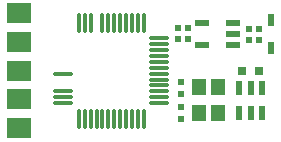
<source format=gtp>
G04*
G04 #@! TF.GenerationSoftware,Altium Limited,Altium Designer,23.8.1 (32)*
G04*
G04 Layer_Color=8421504*
%FSLAX44Y44*%
%MOMM*%
G71*
G04*
G04 #@! TF.SameCoordinates,C9A30DB4-BB40-4B38-85DC-7C9B31114FAE*
G04*
G04*
G04 #@! TF.FilePolarity,Positive*
G04*
G01*
G75*
%ADD16R,2.0000X1.8000*%
%ADD17R,0.5000X0.5000*%
%ADD18R,0.5000X1.0750*%
%ADD19R,0.5080X1.1684*%
%ADD20R,0.7620X0.7620*%
%ADD21R,1.1500X1.4000*%
%ADD22O,1.8000X0.2800*%
%ADD23O,0.2800X1.8000*%
%ADD24R,1.1500X0.6000*%
D16*
X23998Y116649D02*
D03*
Y43899D02*
D03*
Y68149D02*
D03*
Y92399D02*
D03*
Y19649D02*
D03*
D17*
X218804Y103817D02*
D03*
Y93817D02*
D03*
X227451D02*
D03*
Y103817D02*
D03*
X167448Y104579D02*
D03*
Y94579D02*
D03*
X158801Y104579D02*
D03*
Y94579D02*
D03*
X161475Y27648D02*
D03*
Y37648D02*
D03*
Y58648D02*
D03*
Y48648D02*
D03*
D18*
X237975Y110858D02*
D03*
Y87618D02*
D03*
D19*
X210991Y53723D02*
D03*
X220491D02*
D03*
X229991D02*
D03*
Y32387D02*
D03*
X220491D02*
D03*
X210991D02*
D03*
D20*
X227656Y68149D02*
D03*
X212916D02*
D03*
D21*
X176796Y32148D02*
D03*
Y54148D02*
D03*
X192796D02*
D03*
Y32148D02*
D03*
D22*
X143045Y40648D02*
D03*
Y45649D02*
D03*
Y50648D02*
D03*
Y55649D02*
D03*
Y60648D02*
D03*
Y65649D02*
D03*
Y70648D02*
D03*
Y75649D02*
D03*
Y80648D02*
D03*
Y85649D02*
D03*
Y90648D02*
D03*
Y95649D02*
D03*
X62044Y65649D02*
D03*
Y50648D02*
D03*
Y45649D02*
D03*
Y40648D02*
D03*
D23*
X130045Y108649D02*
D03*
X125044D02*
D03*
X120045D02*
D03*
X115044D02*
D03*
X110045D02*
D03*
X105044D02*
D03*
X100045D02*
D03*
X95044D02*
D03*
X85044D02*
D03*
X80045D02*
D03*
X75044D02*
D03*
Y27648D02*
D03*
X80045D02*
D03*
X85044D02*
D03*
X90045D02*
D03*
X95044D02*
D03*
X100045D02*
D03*
X105044D02*
D03*
X110045D02*
D03*
X115044D02*
D03*
X120045D02*
D03*
X125044D02*
D03*
X130045D02*
D03*
D24*
X205620Y89892D02*
D03*
Y99392D02*
D03*
Y108892D02*
D03*
X179620D02*
D03*
Y89892D02*
D03*
M02*

</source>
